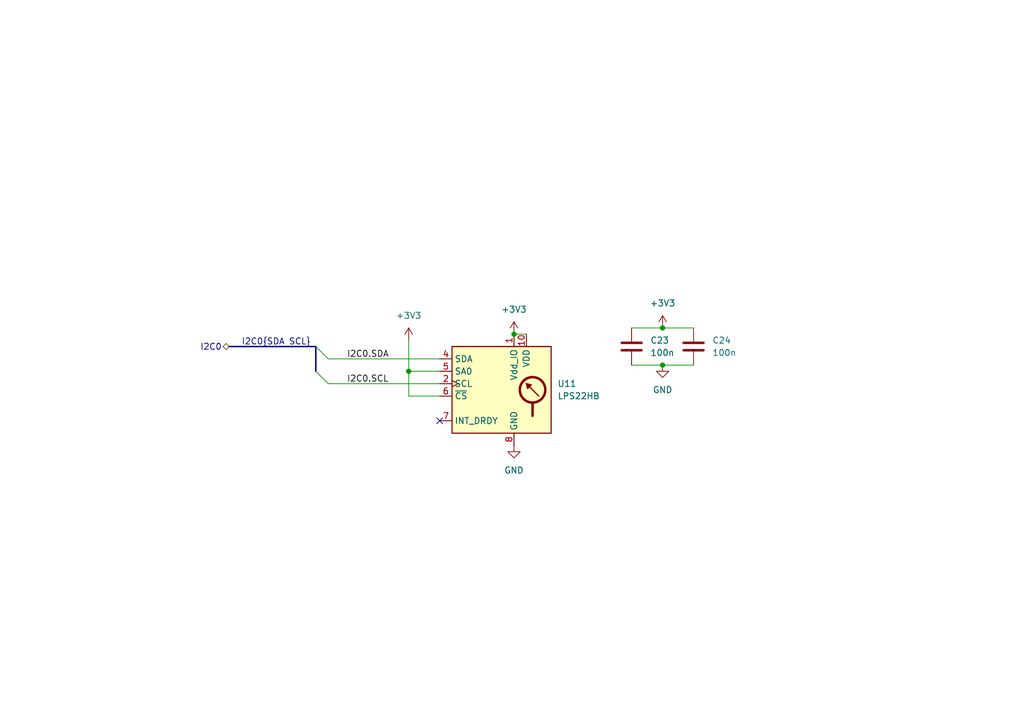
<source format=kicad_sch>
(kicad_sch (version 20250114) (generator "eeschema") (generator_version "9.0")
  (paper "A5")
  (title_block (title "Kolibri FC - Barometer"))
  (lib_symbols
    (symbol "Device:C" (pin_numbers (hide yes)) (pin_names (offset 0.254))
      (property "Reference" "C" (at 0.635 2.54 0))
      (property "Value" "C" (at 0.635 -2.54 0))
      (symbol "C_0_1"
        (polyline (pts (xy -2.032 0.762) (xy 2.032 0.762)) (stroke (width 0.508)))
        (polyline (pts (xy -2.032 -0.762) (xy 2.032 -0.762)) (stroke (width 0.508)))
      )
      (symbol "C_1_1"
        (pin passive line (at 0 3.81 270) (length 2.794) (name "~") (number "1"))
        (pin passive line (at 0 -3.81 90) (length 2.794) (name "~") (number "2"))
      )
    )
    (symbol "Sensor_Pressure:LPS22HB"
      (property "Reference" "U" (at -11.43 1.27 0))
      (property "Value" "LPS22HB" (at -11.43 -1.27 0))
      (symbol "LPS22HB_0_1"
        (rectangle (start -10.16 10.16) (end 10.16 -7.62) (stroke (width 0.254)) (fill (type background)))
        (polyline (pts (xy -7.62 0) (xy -5.08 2.54)) (stroke (width 0.254)))
        (circle (center -6.35 1.27) (radius 2.6162) (stroke (width 0.508)))
        (polyline (pts (xy -6.35 -1.524) (xy -6.35 -4.064)) (stroke (width 0.508)))
        (polyline (pts (xy -5.08 2.54) (xy -5.334 1.524) (xy -6.096 2.286) (xy -5.08 2.54)) (stroke (width 0.254)) (fill (type outline)))
      )
      (symbol "LPS22HB_1_1"
        (pin power_in line (at -5.08 12.7 270) (length 2.54) (name "VDD") (number "10"))
        (pin power_in line (at -2.54 12.7 270) (length 2.54) (name "Vdd_IO") (number "1"))
        (pin passive line (at -2.54 -10.16 90) (length 2.54) (hide yes) (name "GND") (number "3"))
        (pin power_in line (at -2.54 -10.16 90) (length 2.54) (name "GND") (number "8"))
        (pin passive line (at -2.54 -10.16 90) (length 2.54) (hide yes) (name "GND") (number "9"))
        (pin bidirectional line (at 12.7 7.62 180) (length 2.54) (name "SDA") (number "4"))
        (pin input line (at 12.7 5.08 180) (length 2.54) (name "SA0") (number "5"))
        (pin input clock (at 12.7 2.54 180) (length 2.54) (name "SCL") (number "2"))
        (pin input line (at 12.7 0 180) (length 2.54) (name "~{CS}") (number "6"))
        (pin output line (at 12.7 -5.08 180) (length 2.54) (name "INT_DRDY") (number "7"))
      )
    )
    (symbol "power:+3V3" (power) (pin_numbers (hide yes)) (pin_names (offset 0) (hide yes))
      (property "Value" "+3V3" (at 0 3.556 0))
      (symbol "+3V3_0_1"
        (polyline (pts (xy -0.762 1.27) (xy 0 2.54)))
        (polyline (pts (xy 0 2.54) (xy 0.762 1.27)))
        (polyline (pts (xy 0 0) (xy 0 2.54)))
      )
      (symbol "+3V3_1_1"
        (pin power_in line (at 0 0 90) (length 0) (name "~") (number "1"))
      )
    )
    (symbol "power:GND" (power) (pin_numbers (hide yes)) (pin_names (offset 0) (hide yes))
      (property "Value" "GND" (at 0 -3.81 0))
      (symbol "GND_0_1"
        (polyline (pts (xy 0 0) (xy 0 -1.27) (xy 1.27 -1.27) (xy 0 -2.54) (xy -1.27 -1.27) (xy 0 -1.27)))
      )
      (symbol "GND_1_1"
        (pin power_in line (at 0 0 270) (length 0) (name "~") (number "1"))
      )
    )
  )
  (junction (at 105.41 68.58))
  (junction (at 135.89 74.93))
  (junction (at 83.82 76.2))
  (junction (at 135.89 67.31))
  (no_connect (at 90.17 86.36))
  (bus_entry (at 64.77 71.12) (size 2.54 2.54))
  (bus_entry (at 64.77 76.2) (size 2.54 2.54))
  (wire (pts (xy 129.54 67.31) (xy 135.89 67.31)))
  (wire (pts (xy 129.54 74.93) (xy 135.89 74.93)))
  (wire (pts (xy 67.31 73.66) (xy 90.17 73.66)))
  (wire (pts (xy 83.82 69.85) (xy 83.82 76.2)))
  (wire (pts (xy 135.89 67.31) (xy 142.24 67.31)))
  (wire (pts (xy 67.31 78.74) (xy 90.17 78.74)))
  (bus (pts (xy 46.99 71.12) (xy 64.77 71.12)))
  (wire (pts (xy 83.82 76.2) (xy 83.82 81.28)))
  (wire (pts (xy 105.41 68.58) (xy 107.95 68.58)))
  (wire (pts (xy 83.82 81.28) (xy 90.17 81.28)))
  (wire (pts (xy 90.17 76.2) (xy 83.82 76.2)))
  (wire (pts (xy 135.89 74.93) (xy 142.24 74.93)))
  (bus (pts (xy 64.77 71.12) (xy 64.77 76.2)))
  (label "I2C0.SDA" (at 71.12 73.66 0))
  (label "I2C0.SCL" (at 71.12 78.74 0))
  (label "I2C0{SDA SCL}" (at 49.53 71.12 0))
  (hierarchical_label "I2C0" (shape bidirectional) (at 46.99 71.12 180))
  (symbol (lib_id "power:+3V3") (at 83.82 69.85 0) (unit 1)
    (property "Reference" "#PWR23" (effects (hide yes)))
    (property "Value" "+3V3" (at 83.82 64.77 0))
    (property "Description" "Power symbol creates a global label with name \"+3V3\"" (effects (hide yes)))
  )
  (symbol (lib_id "Device:C") (at 142.24 71.12 0) (unit 1)
    (property "Reference" "C24" (at 146.05 69.8499 0) (effects (justify left)))
    (property "Value" "100n" (at 146.05 72.3899 0) (effects (justify left)))
    (property "Footprint" "Capacitor_SMD:C_0402_1005Metric" (effects (hide yes)))
    (property "Description" "Unpolarized capacitor" (effects (hide yes)))
  )
  (symbol (lib_id "power:+3V3") (at 105.41 68.58 0) (unit 1)
    (property "Reference" "#PWR22" (effects (hide yes)))
    (property "Value" "+3V3" (at 105.41 63.5 0))
    (property "Description" "Power symbol creates a global label with name \"+3V3\"" (effects (hide yes)))
  )
  (symbol (lib_id "Device:C") (at 129.54 71.12 0) (unit 1)
    (property "Reference" "C23" (at 133.35 69.8499 0) (effects (justify left)))
    (property "Value" "100n" (at 133.35 72.3899 0) (effects (justify left)))
    (property "Footprint" "Capacitor_SMD:C_0402_1005Metric" (effects (hide yes)))
    (property "Description" "Unpolarized capacitor" (effects (hide yes)))
  )
  (symbol (lib_id "power:GND") (at 105.41 91.44 0) (unit 1)
    (property "Reference" "#PWR21" (effects (hide yes)))
    (property "Value" "GND" (at 105.41 96.52 0))
    (property "Description" "Power symbol creates a global label with name \"GND\" , ground" (effects (hide yes)))
  )
  (symbol (lib_id "power:+3V3") (at 135.89 67.31 0) (unit 1)
    (property "Reference" "#PWR024" (effects (hide yes)))
    (property "Value" "+3V3" (at 135.89 62.23 0))
    (property "Description" "Power symbol creates a global label with name \"+3V3\"" (effects (hide yes)))
  )
  (symbol (lib_id "power:GND") (at 135.89 74.93 0) (unit 1)
    (property "Reference" "#PWR025" (effects (hide yes)))
    (property "Value" "GND" (at 135.89 80.01 0))
    (property "Description" "Power symbol creates a global label with name \"GND\" , ground" (effects (hide yes)))
  )
  (symbol (lib_id "Sensor_Pressure:LPS22HB") (at 102.87 81.28 0) (mirror y) (unit 1)
    (property "Reference" "U11" (at 114.3 78.7399 0) (effects (justify right)))
    (property "Value" "LPS22HB" (at 114.3 81.2799 0) (effects (justify right)))
    (property "Footprint" "Package_LGA:ST_HLGA-10_2x2mm_P0.5mm_LayoutBorder3x2y" (effects (hide yes)))
    (property "Datasheet" "https://www.st.com/resource/en/datasheet/lps22hb.pdf" (effects (hide yes)))
    (property "Description" "MEMS nano pressure sensor, 260-1260 hPa, absolute digital output baromeeter, 24 bit, SPI, I2C, 0.0075 hPa noise rms, ST_HLGA-10L" (effects (hide yes)))
  )
)
</source>
